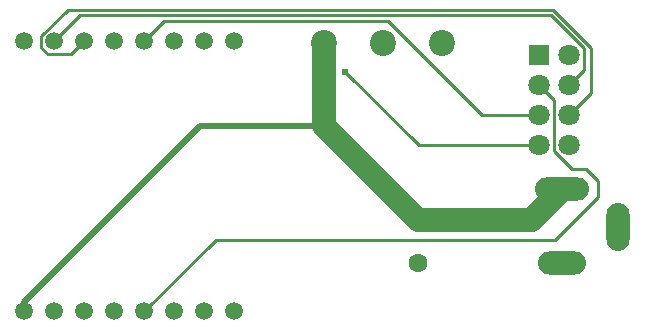
<source format=gbl>
G04 Layer: BottomLayer*
G04 EasyEDA v6.5.22, 2023-03-16 18:17:56*
G04 154933f4cc8841fba2b3e540ab7d939e,10*
G04 Gerber Generator version 0.2*
G04 Scale: 100 percent, Rotated: No, Reflected: No *
G04 Dimensions in millimeters *
G04 leading zeros omitted , absolute positions ,4 integer and 5 decimal *
%FSLAX45Y45*%
%MOMM*%

%ADD10C,0.5000*%
%ADD11C,2.0000*%
%ADD12C,0.2540*%
%ADD13C,1.6000*%
%ADD14R,1.8000X1.8000*%
%ADD15C,1.8000*%
%ADD16C,1.5080*%
%ADD17O,1.9558X4.064*%
%ADD18O,4.064X1.9558*%
%ADD19O,4.572X1.9558*%
%ADD20C,2.2000*%
%ADD21C,0.6100*%

%LPD*%
D10*
X897887Y356999D02*
G01*
X897887Y436628D01*
X2384676Y1923417D01*
X3433188Y1923417D01*
D11*
X3433188Y1923417D02*
G01*
X4229097Y1127508D01*
D12*
X5510502Y2274216D02*
G01*
X5638746Y2402461D01*
X5638746Y2585341D01*
X5360997Y2863090D01*
X1371978Y2863090D01*
X1151887Y2642999D01*
D11*
X5454596Y1389509D02*
G01*
X5192595Y1127508D01*
X4229097Y1127508D01*
X3433188Y2628902D02*
G01*
X3433188Y1923417D01*
D12*
X3617211Y2386891D02*
G01*
X4237885Y1766216D01*
X5256502Y1766216D01*
X1913887Y356999D02*
G01*
X2518686Y961798D01*
X5387718Y961798D01*
X5751548Y1325628D01*
X5751548Y1460553D01*
X5650887Y1561213D01*
X5532320Y1561213D01*
X5383502Y1710032D01*
X5383502Y2147216D01*
X5256502Y2274216D01*
X1405887Y2642999D02*
G01*
X1297454Y2534566D01*
X1098141Y2534566D01*
X1043200Y2589507D01*
X1043200Y2690345D01*
X1264079Y2911223D01*
X5373062Y2911223D01*
X5696252Y2588033D01*
X5696252Y2205967D01*
X5510502Y2020216D01*
X1913887Y2642999D02*
G01*
X2083661Y2812773D01*
X3978374Y2812773D01*
X4770930Y2020216D01*
X5256502Y2020216D01*
D13*
G01*
X4229099Y764794D03*
G01*
X4229099Y1114805D03*
D14*
G01*
X5256491Y2527973D03*
D15*
G01*
X5510491Y2528227D03*
G01*
X5256491Y2274227D03*
G01*
X5510491Y2274227D03*
G01*
X5256491Y2020227D03*
G01*
X5510491Y2020227D03*
G01*
X5256491Y1766227D03*
G01*
X5510491Y1766227D03*
D16*
G01*
X897889Y356996D03*
G01*
X897889Y2642996D03*
G01*
X2675889Y356996D03*
G01*
X2421889Y356996D03*
G01*
X2167889Y356996D03*
G01*
X1913889Y356996D03*
G01*
X1659889Y356996D03*
G01*
X1405889Y356996D03*
G01*
X1151889Y356996D03*
G01*
X2675889Y2642996D03*
G01*
X2421889Y2642996D03*
G01*
X2167889Y2642996D03*
G01*
X1913889Y2642996D03*
G01*
X1659889Y2642996D03*
G01*
X1405889Y2642996D03*
G01*
X1151889Y2642996D03*
D17*
G01*
X5924600Y1069492D03*
D18*
G01*
X5454599Y769493D03*
D19*
G01*
X5454599Y1389506D03*
D20*
G01*
X4433189Y2628900D03*
G01*
X3933189Y2628900D03*
G01*
X3433190Y2628900D03*
D21*
G01*
X3617211Y2386891D03*
M02*

</source>
